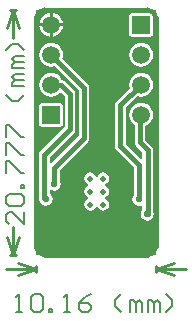
<source format=gbl>
G04 Layer_Physical_Order=2*
G04 Layer_Color=16711680*
%FSLAX44Y44*%
%MOMM*%
G71*
G01*
G75*
%ADD14C,0.3810*%
%ADD15C,0.4000*%
%ADD16C,0.2540*%
%ADD17C,0.1524*%
%ADD18C,1.5000*%
%ADD19R,1.5000X1.5000*%
%ADD20C,0.5842*%
%ADD21C,0.5000*%
%ADD22C,0.8890*%
G36*
X287274Y139074D02*
X286376Y138176D01*
X185674D01*
Y345948D01*
X287270D01*
X287274Y139074D01*
D02*
G37*
%LPC*%
G36*
X205874Y267138D02*
X190874D01*
X189883Y266941D01*
X189043Y266379D01*
X188481Y265539D01*
X188284Y264548D01*
Y249548D01*
X188481Y248557D01*
X189043Y247717D01*
X189883Y247155D01*
X190874Y246958D01*
X205874D01*
X206865Y247155D01*
X207705Y247717D01*
X208267Y248557D01*
X208464Y249548D01*
Y264548D01*
X208267Y265539D01*
X207705Y266379D01*
X206865Y266941D01*
X205874Y267138D01*
D02*
G37*
G36*
X274570Y292575D02*
X271949Y292230D01*
X269507Y291218D01*
X267409Y289609D01*
X265800Y287511D01*
X264788Y285069D01*
X264443Y282448D01*
X264788Y279827D01*
X265009Y279296D01*
X253843Y268131D01*
X252861Y266660D01*
X252516Y264926D01*
Y230632D01*
X252861Y228898D01*
X253843Y227427D01*
X268264Y213007D01*
Y188721D01*
X267652Y187805D01*
X267228Y185674D01*
X267652Y183543D01*
X268859Y181737D01*
X270665Y180530D01*
X272796Y180106D01*
X274360Y180417D01*
X275630Y179589D01*
Y176401D01*
X274764Y175105D01*
X274340Y172974D01*
X274764Y170843D01*
X275971Y169037D01*
X277777Y167830D01*
X279908Y167406D01*
X282039Y167830D01*
X283845Y169037D01*
X285052Y170843D01*
X285476Y172974D01*
X285052Y175105D01*
X284694Y175641D01*
Y227330D01*
X284694Y227330D01*
X284349Y229064D01*
X283367Y230535D01*
X283367Y230535D01*
X278090Y235811D01*
Y247639D01*
X279633Y248278D01*
X281731Y249887D01*
X283340Y251985D01*
X284352Y254427D01*
X284697Y257048D01*
X284352Y259669D01*
X283340Y262111D01*
X281731Y264209D01*
X279633Y265818D01*
X277191Y266830D01*
X274570Y267175D01*
X271949Y266830D01*
X269507Y265818D01*
X267409Y264209D01*
X265800Y262111D01*
X264788Y259669D01*
X264443Y257048D01*
X264788Y254427D01*
X265800Y251985D01*
X267409Y249887D01*
X269026Y248647D01*
Y233934D01*
X269371Y232200D01*
X270353Y230729D01*
X275630Y225453D01*
Y220119D01*
X274457Y219633D01*
X261580Y232509D01*
Y263049D01*
X271418Y272887D01*
X271949Y272666D01*
X274570Y272321D01*
X277191Y272666D01*
X279633Y273678D01*
X281731Y275287D01*
X283340Y277385D01*
X284352Y279827D01*
X284697Y282448D01*
X284352Y285069D01*
X283340Y287511D01*
X281731Y289609D01*
X279633Y291218D01*
X277191Y292230D01*
X274570Y292575D01*
D02*
G37*
G36*
X242482Y208163D02*
X240515Y207772D01*
X238848Y206658D01*
X237734Y204991D01*
X237629Y204463D01*
X236335D01*
X236230Y204991D01*
X235116Y206658D01*
X233449Y207772D01*
X231482Y208163D01*
X229515Y207772D01*
X227848Y206658D01*
X226734Y204991D01*
X226343Y203024D01*
X226734Y201057D01*
X227848Y199390D01*
X229515Y198276D01*
X230043Y198171D01*
Y196877D01*
X229515Y196772D01*
X227848Y195658D01*
X226734Y193990D01*
X226343Y192024D01*
X226734Y190058D01*
X227848Y188390D01*
X229515Y187276D01*
X230043Y187171D01*
Y185877D01*
X229515Y185772D01*
X227848Y184658D01*
X226734Y182990D01*
X226343Y181024D01*
X226734Y179058D01*
X227848Y177390D01*
X229515Y176276D01*
X231482Y175885D01*
X233449Y176276D01*
X235116Y177390D01*
X236230Y179058D01*
X236335Y179585D01*
X237629D01*
X237734Y179058D01*
X238848Y177390D01*
X240515Y176276D01*
X242482Y175885D01*
X244449Y176276D01*
X246116Y177390D01*
X247230Y179058D01*
X247621Y181024D01*
X247230Y182990D01*
X246116Y184658D01*
X244449Y185772D01*
X243921Y185877D01*
Y187171D01*
X244449Y187276D01*
X246116Y188390D01*
X247230Y190058D01*
X247621Y192024D01*
X247230Y193990D01*
X246116Y195658D01*
X244449Y196772D01*
X243921Y196877D01*
Y198171D01*
X244449Y198276D01*
X246116Y199390D01*
X247230Y201057D01*
X247621Y203024D01*
X247230Y204991D01*
X246116Y206658D01*
X244449Y207772D01*
X242482Y208163D01*
D02*
G37*
G36*
X198374Y317975D02*
X195753Y317630D01*
X193311Y316618D01*
X191213Y315009D01*
X189604Y312911D01*
X188592Y310469D01*
X188247Y307848D01*
X188592Y305227D01*
X189604Y302785D01*
X191213Y300687D01*
X193311Y299078D01*
X195753Y298066D01*
X198374Y297721D01*
X200995Y298066D01*
X201526Y298286D01*
X221790Y278022D01*
Y239376D01*
X198334Y215919D01*
X197064Y216444D01*
Y220881D01*
X217581Y241397D01*
X217581Y241397D01*
X218563Y242868D01*
X218908Y244602D01*
X218908Y244602D01*
Y274574D01*
X218563Y276308D01*
X217581Y277779D01*
X209707Y285653D01*
X208236Y286635D01*
X207441Y286793D01*
X207144Y287511D01*
X205535Y289609D01*
X203437Y291218D01*
X200995Y292230D01*
X198374Y292575D01*
X195753Y292230D01*
X193311Y291218D01*
X191213Y289609D01*
X189604Y287511D01*
X188592Y285069D01*
X188247Y282448D01*
X188592Y279827D01*
X189604Y277385D01*
X191213Y275287D01*
X193311Y273678D01*
X195753Y272666D01*
X198374Y272321D01*
X200995Y272666D01*
X203437Y273678D01*
X205535Y275287D01*
X205695Y275496D01*
X206962Y275579D01*
X209844Y272697D01*
Y246479D01*
X189327Y225963D01*
X188345Y224492D01*
X188000Y222758D01*
Y186690D01*
X188345Y184956D01*
X188752Y184346D01*
X188912Y183543D01*
X190119Y181737D01*
X191925Y180530D01*
X194056Y180106D01*
X196187Y180530D01*
X197993Y181737D01*
X199200Y183543D01*
X199624Y185674D01*
X199200Y187805D01*
X197993Y189611D01*
X197064Y190232D01*
Y193021D01*
X198334Y193700D01*
X199037Y193230D01*
X201168Y192806D01*
X203299Y193230D01*
X205105Y194437D01*
X206312Y196243D01*
X206736Y198374D01*
X206312Y200505D01*
X205700Y201421D01*
Y210467D01*
X229527Y234294D01*
X230509Y235764D01*
X230854Y237498D01*
Y279900D01*
X230854Y279900D01*
X230509Y281634D01*
X229527Y283104D01*
X229527Y283104D01*
X207936Y304696D01*
X208156Y305227D01*
X208501Y307848D01*
X208156Y310469D01*
X207144Y312911D01*
X205535Y315009D01*
X203437Y316618D01*
X200995Y317630D01*
X198374Y317975D01*
D02*
G37*
G36*
X274570D02*
X271949Y317630D01*
X269507Y316618D01*
X267409Y315009D01*
X265800Y312911D01*
X264788Y310469D01*
X264443Y307848D01*
X264788Y305227D01*
X265800Y302785D01*
X267409Y300687D01*
X269507Y299078D01*
X271949Y298066D01*
X274570Y297721D01*
X277191Y298066D01*
X279633Y299078D01*
X281731Y300687D01*
X283340Y302785D01*
X284352Y305227D01*
X284697Y307848D01*
X284352Y310469D01*
X283340Y312911D01*
X281731Y315009D01*
X279633Y316618D01*
X277191Y317630D01*
X274570Y317975D01*
D02*
G37*
G36*
X197104Y343207D02*
X195753Y343030D01*
X193311Y342018D01*
X191213Y340409D01*
X189604Y338311D01*
X188592Y335869D01*
X188415Y334518D01*
X197104D01*
Y343207D01*
D02*
G37*
G36*
X199644D02*
Y334518D01*
X208333D01*
X208156Y335869D01*
X207144Y338311D01*
X205535Y340409D01*
X203437Y342018D01*
X200995Y343030D01*
X199644Y343207D01*
D02*
G37*
G36*
X208333Y331978D02*
X199644D01*
Y323289D01*
X200995Y323466D01*
X203437Y324478D01*
X205535Y326087D01*
X207144Y328185D01*
X208156Y330627D01*
X208333Y331978D01*
D02*
G37*
G36*
X282070Y343338D02*
X267070D01*
X266079Y343141D01*
X265239Y342579D01*
X264677Y341739D01*
X264480Y340748D01*
Y325748D01*
X264677Y324757D01*
X265239Y323917D01*
X266079Y323355D01*
X267070Y323158D01*
X282070D01*
X283061Y323355D01*
X283901Y323917D01*
X284463Y324757D01*
X284660Y325748D01*
Y340748D01*
X284463Y341739D01*
X283901Y342579D01*
X283061Y343141D01*
X282070Y343338D01*
D02*
G37*
G36*
X197104Y331978D02*
X188415D01*
X188592Y330627D01*
X189604Y328185D01*
X191213Y326087D01*
X193311Y324478D01*
X195753Y323466D01*
X197104Y323289D01*
Y331978D01*
D02*
G37*
%LPD*%
D14*
X192532Y222758D02*
X214376Y244602D01*
X273558Y256036D02*
X274570Y257048D01*
X273558Y233934D02*
Y256036D01*
Y233934D02*
X280162Y227330D01*
X279908Y172974D02*
X280162Y173228D01*
X201168Y212344D02*
X226322Y237498D01*
X193548Y185674D02*
X194056D01*
X192532Y186690D02*
X193548Y185674D01*
X226322Y237498D02*
Y279900D01*
X198374Y307848D02*
X226322Y279900D01*
X257048Y230632D02*
X272796Y214884D01*
X257048Y230632D02*
Y264926D01*
X274570Y282448D01*
X198374D02*
X206502D01*
X214376Y274574D01*
Y244602D02*
Y274574D01*
X192532Y186690D02*
Y222758D01*
X272796Y185674D02*
Y214884D01*
X280162Y173228D02*
Y227330D01*
X201168Y198374D02*
Y212344D01*
D15*
X185674Y145542D02*
G03*
X193040Y138176I7366J0D01*
G01*
X279908D02*
G03*
X287274Y145542I0J7366D01*
G01*
X287270Y338582D02*
G03*
X279904Y345948I-7366J0D01*
G01*
X193040D02*
G03*
X185674Y338582I0J-7366D01*
G01*
X193040Y138176D02*
X279908D01*
X287270Y145542D02*
X287274D01*
X287270D02*
Y338582D01*
X193040Y345948D02*
X279904D01*
X185674Y145542D02*
Y338582D01*
D16*
X287274Y123698D02*
Y128778D01*
X185678Y123698D02*
Y128778D01*
X287274Y126238D02*
X302514Y121158D01*
X287274Y126238D02*
X302514Y131318D01*
X170438Y121158D02*
X185678Y126238D01*
X170438Y131318D02*
X185678Y126238D01*
X287274D02*
X312674D01*
X160278D02*
X185678D01*
X163832Y345923D02*
X168913D01*
X163832Y138151D02*
X168913D01*
X166373Y345923D02*
X171453Y330683D01*
X161292D02*
X166373Y345923D01*
Y138151D02*
X171453Y153391D01*
X161292D02*
X166373Y138151D01*
Y322277D02*
Y345923D01*
Y138151D02*
Y161798D01*
D17*
X168933Y89672D02*
X174012D01*
X171473D01*
Y104907D01*
X168933Y102368D01*
X181629D02*
X184168Y104907D01*
X189247D01*
X191786Y102368D01*
Y92211D01*
X189247Y89672D01*
X184168D01*
X181629Y92211D01*
Y102368D01*
X196864Y89672D02*
Y92211D01*
X199403D01*
Y89672D01*
X196864D01*
X209560D02*
X214639D01*
X212099D01*
Y104907D01*
X209560Y102368D01*
X232413Y104907D02*
X227334Y102368D01*
X222256Y97289D01*
Y92211D01*
X224795Y89672D01*
X229874D01*
X232413Y92211D01*
Y94750D01*
X229874Y97289D01*
X222256D01*
X257805Y89672D02*
X252726Y94750D01*
Y99829D01*
X257805Y104907D01*
X265422Y89672D02*
Y99829D01*
X267961D01*
X270501Y97289D01*
Y89672D01*
Y97289D01*
X273040Y99829D01*
X275579Y97289D01*
Y89672D01*
X280657D02*
Y99829D01*
X283196D01*
X285735Y97289D01*
Y89672D01*
Y97289D01*
X288275Y99829D01*
X290814Y97289D01*
Y89672D01*
X295892D02*
X300971Y94750D01*
Y99829D01*
X295892Y104907D01*
X175514Y174495D02*
Y164338D01*
X165357Y174495D01*
X162818D01*
X160279Y171956D01*
Y166877D01*
X162818Y164338D01*
Y179573D02*
X160279Y182112D01*
Y187191D01*
X162818Y189730D01*
X172975D01*
X175514Y187191D01*
Y182112D01*
X172975Y179573D01*
X162818D01*
X175514Y194808D02*
X172975D01*
Y197347D01*
X175514D01*
Y194808D01*
X160279Y207504D02*
Y217661D01*
X162818D01*
X172975Y207504D01*
X175514D01*
X160279Y222739D02*
Y232896D01*
X162818D01*
X172975Y222739D01*
X175514D01*
X160279Y237974D02*
Y248131D01*
X162818D01*
X172975Y237974D01*
X175514D01*
Y273523D02*
X170436Y268444D01*
X165357D01*
X160279Y273523D01*
X175514Y281140D02*
X165357D01*
Y283679D01*
X167896Y286219D01*
X175514D01*
X167896D01*
X165357Y288758D01*
X167896Y291297D01*
X175514D01*
Y296375D02*
X165357D01*
Y298915D01*
X167896Y301454D01*
X175514D01*
X167896D01*
X165357Y303993D01*
X167896Y306532D01*
X175514D01*
Y311610D02*
X170436Y316689D01*
X165357D01*
X160279Y311610D01*
D18*
X274570Y257048D02*
D03*
Y282448D02*
D03*
Y307848D02*
D03*
X198374Y333248D02*
D03*
Y307848D02*
D03*
Y282448D02*
D03*
D19*
X274570Y333248D02*
D03*
X198374Y257048D02*
D03*
D20*
X194056Y185674D02*
D03*
X201168Y198374D02*
D03*
X272796Y185674D02*
D03*
X279908Y172974D02*
D03*
D21*
X231482Y192024D02*
D03*
Y203024D02*
D03*
X242482D02*
D03*
Y192024D02*
D03*
X231482Y181024D02*
D03*
X242482D02*
D03*
D22*
X226314Y219456D02*
D03*
X256794Y151892D02*
D03*
X237744Y338328D02*
D03*
X237490Y287274D02*
D03*
M02*

</source>
